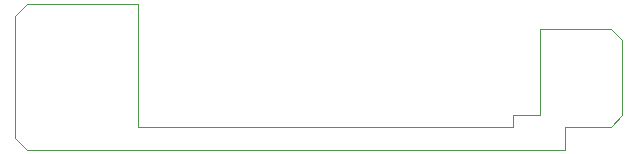
<source format=gbr>
G04 Layer_Color=0*
%FSLAX43Y43*%
%MOMM*%
%TF.FileFunction,Profile,NP*%
%TF.Part,Single*%
G01*
G75*
%TA.AperFunction,Profile*%
%ADD15C,0.025*%
D15*
X36100Y-12400D02*
Y-10400D01*
X40000D01*
X41000Y-9400D01*
Y-3100D01*
X40000Y-2100D01*
X34000D01*
Y-9400D01*
X31750D01*
Y-10400D01*
X-0D01*
Y-0D01*
X-9400D01*
X-10400Y-1000D01*
Y-11400D01*
X-9400Y-12400D01*
X36100D01*
%TF.MD5,7c170a67f2520dd0619b141c30b82f71*%
M02*

</source>
